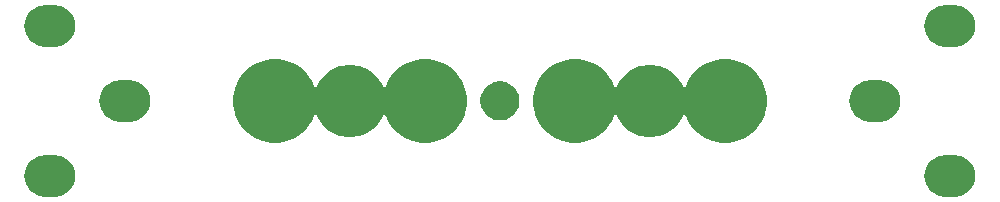
<source format=gbs>
G04 #@! TF.GenerationSoftware,KiCad,Pcbnew,(5.1.5)-3*
G04 #@! TF.CreationDate,2020-10-25T11:05:08-05:00*
G04 #@! TF.ProjectId,WireLink,57697265-4c69-46e6-9b2e-6b696361645f,rev?*
G04 #@! TF.SameCoordinates,Original*
G04 #@! TF.FileFunction,Soldermask,Bot*
G04 #@! TF.FilePolarity,Negative*
%FSLAX46Y46*%
G04 Gerber Fmt 4.6, Leading zero omitted, Abs format (unit mm)*
G04 Created by KiCad (PCBNEW (5.1.5)-3) date 2020-10-25 11:05:08*
%MOMM*%
%LPD*%
G04 APERTURE LIST*
%ADD10C,0.100000*%
G04 APERTURE END LIST*
D10*
G36*
X191243254Y-106224335D02*
G01*
X191408288Y-106274398D01*
X191573321Y-106324460D01*
X191877510Y-106487052D01*
X192144135Y-106705865D01*
X192362948Y-106972490D01*
X192506945Y-107241890D01*
X192525539Y-107276677D01*
X192625665Y-107606746D01*
X192659472Y-107950000D01*
X192625665Y-108293254D01*
X192625664Y-108293256D01*
X192525540Y-108623321D01*
X192362948Y-108927510D01*
X192144135Y-109194135D01*
X191877510Y-109412948D01*
X191573321Y-109575540D01*
X191408289Y-109625602D01*
X191243254Y-109675665D01*
X190986021Y-109701000D01*
X190013979Y-109701000D01*
X189756746Y-109675665D01*
X189591711Y-109625602D01*
X189426679Y-109575540D01*
X189122490Y-109412948D01*
X188855865Y-109194135D01*
X188637052Y-108927510D01*
X188474460Y-108623321D01*
X188374336Y-108293256D01*
X188374335Y-108293254D01*
X188340528Y-107950000D01*
X188374335Y-107606746D01*
X188474461Y-107276677D01*
X188493055Y-107241890D01*
X188637052Y-106972490D01*
X188855865Y-106705865D01*
X189122490Y-106487052D01*
X189426679Y-106324460D01*
X189591712Y-106274398D01*
X189756746Y-106224335D01*
X190013979Y-106199000D01*
X190986021Y-106199000D01*
X191243254Y-106224335D01*
G37*
G36*
X115043254Y-106224335D02*
G01*
X115208288Y-106274398D01*
X115373321Y-106324460D01*
X115677510Y-106487052D01*
X115944135Y-106705865D01*
X116162948Y-106972490D01*
X116306945Y-107241890D01*
X116325539Y-107276677D01*
X116425665Y-107606746D01*
X116459472Y-107950000D01*
X116425665Y-108293254D01*
X116425664Y-108293256D01*
X116325540Y-108623321D01*
X116162948Y-108927510D01*
X115944135Y-109194135D01*
X115677510Y-109412948D01*
X115373321Y-109575540D01*
X115208289Y-109625602D01*
X115043254Y-109675665D01*
X114786021Y-109701000D01*
X113813979Y-109701000D01*
X113556746Y-109675665D01*
X113391711Y-109625602D01*
X113226679Y-109575540D01*
X112922490Y-109412948D01*
X112655865Y-109194135D01*
X112437052Y-108927510D01*
X112274460Y-108623321D01*
X112174336Y-108293256D01*
X112174335Y-108293254D01*
X112140528Y-107950000D01*
X112174335Y-107606746D01*
X112274461Y-107276677D01*
X112293055Y-107241890D01*
X112437052Y-106972490D01*
X112655865Y-106705865D01*
X112922490Y-106487052D01*
X113226679Y-106324460D01*
X113391712Y-106274398D01*
X113556746Y-106224335D01*
X113813979Y-106199000D01*
X114786021Y-106199000D01*
X115043254Y-106224335D01*
G37*
G36*
X134385787Y-98185462D02*
G01*
X134385790Y-98185463D01*
X134385789Y-98185463D01*
X135032029Y-98453144D01*
X135613631Y-98841758D01*
X136108242Y-99336369D01*
X136496856Y-99917971D01*
X136662381Y-100317584D01*
X136680255Y-100360736D01*
X136691806Y-100382347D01*
X136707351Y-100401289D01*
X136726293Y-100416834D01*
X136747904Y-100428385D01*
X136771353Y-100435498D01*
X136795739Y-100437900D01*
X136820125Y-100435498D01*
X136843574Y-100428385D01*
X136865185Y-100416834D01*
X136884127Y-100401289D01*
X136899672Y-100382347D01*
X136911223Y-100360736D01*
X136996469Y-100154933D01*
X137200887Y-99849000D01*
X137330335Y-99655267D01*
X137755267Y-99230335D01*
X137969133Y-99087435D01*
X138254933Y-98896469D01*
X138810132Y-98666498D01*
X139104830Y-98607879D01*
X139399527Y-98549260D01*
X140000473Y-98549260D01*
X140295170Y-98607879D01*
X140589868Y-98666498D01*
X141145067Y-98896469D01*
X141430867Y-99087435D01*
X141644733Y-99230335D01*
X142069665Y-99655267D01*
X142199113Y-99849000D01*
X142403531Y-100154933D01*
X142488777Y-100360736D01*
X142500328Y-100382347D01*
X142515873Y-100401289D01*
X142534815Y-100416834D01*
X142556426Y-100428385D01*
X142579875Y-100435498D01*
X142604261Y-100437900D01*
X142628647Y-100435498D01*
X142652096Y-100428385D01*
X142673707Y-100416834D01*
X142692649Y-100401289D01*
X142708194Y-100382347D01*
X142719745Y-100360736D01*
X142737619Y-100317584D01*
X142903144Y-99917971D01*
X143291758Y-99336369D01*
X143786369Y-98841758D01*
X144367971Y-98453144D01*
X145014211Y-98185463D01*
X145014210Y-98185463D01*
X145014213Y-98185462D01*
X145700256Y-98049000D01*
X146399744Y-98049000D01*
X147085787Y-98185462D01*
X147085790Y-98185463D01*
X147085789Y-98185463D01*
X147732029Y-98453144D01*
X148313631Y-98841758D01*
X148808242Y-99336369D01*
X149196856Y-99917971D01*
X149362381Y-100317584D01*
X149464538Y-100564213D01*
X149601000Y-101250256D01*
X149601000Y-101949744D01*
X149464538Y-102635787D01*
X149412217Y-102762100D01*
X149196856Y-103282029D01*
X148808242Y-103863631D01*
X148313631Y-104358242D01*
X147732029Y-104746856D01*
X147275068Y-104936135D01*
X147085787Y-105014538D01*
X146399744Y-105151000D01*
X145700256Y-105151000D01*
X145014213Y-105014538D01*
X144824932Y-104936135D01*
X144367971Y-104746856D01*
X143786369Y-104358242D01*
X143291758Y-103863631D01*
X142903144Y-103282029D01*
X142719745Y-102839264D01*
X142708194Y-102817653D01*
X142692649Y-102798711D01*
X142673707Y-102783166D01*
X142652096Y-102771615D01*
X142628647Y-102764502D01*
X142604261Y-102762100D01*
X142579875Y-102764502D01*
X142556426Y-102771615D01*
X142534815Y-102783166D01*
X142515873Y-102798711D01*
X142500328Y-102817653D01*
X142488779Y-102839261D01*
X142403531Y-103045067D01*
X142216042Y-103325664D01*
X142069665Y-103544733D01*
X141644733Y-103969665D01*
X141430867Y-104112565D01*
X141145067Y-104303531D01*
X140589868Y-104533502D01*
X140295170Y-104592121D01*
X140000473Y-104650740D01*
X139399527Y-104650740D01*
X139104830Y-104592121D01*
X138810132Y-104533502D01*
X138254933Y-104303531D01*
X137969133Y-104112565D01*
X137755267Y-103969665D01*
X137330335Y-103544733D01*
X137183958Y-103325664D01*
X136996469Y-103045067D01*
X136911221Y-102839261D01*
X136899672Y-102817653D01*
X136884127Y-102798711D01*
X136865185Y-102783166D01*
X136843574Y-102771615D01*
X136820125Y-102764502D01*
X136795739Y-102762100D01*
X136771353Y-102764502D01*
X136747904Y-102771615D01*
X136726293Y-102783166D01*
X136707351Y-102798711D01*
X136691806Y-102817653D01*
X136680255Y-102839264D01*
X136496856Y-103282029D01*
X136108242Y-103863631D01*
X135613631Y-104358242D01*
X135032029Y-104746856D01*
X134575068Y-104936135D01*
X134385787Y-105014538D01*
X133699744Y-105151000D01*
X133000256Y-105151000D01*
X132314213Y-105014538D01*
X132124932Y-104936135D01*
X131667971Y-104746856D01*
X131086369Y-104358242D01*
X130591758Y-103863631D01*
X130203144Y-103282029D01*
X129987783Y-102762100D01*
X129935462Y-102635787D01*
X129799000Y-101949744D01*
X129799000Y-101250256D01*
X129935462Y-100564213D01*
X130037619Y-100317584D01*
X130203144Y-99917971D01*
X130591758Y-99336369D01*
X131086369Y-98841758D01*
X131667971Y-98453144D01*
X132314211Y-98185463D01*
X132314210Y-98185463D01*
X132314213Y-98185462D01*
X133000256Y-98049000D01*
X133699744Y-98049000D01*
X134385787Y-98185462D01*
G37*
G36*
X159785787Y-98185462D02*
G01*
X159785790Y-98185463D01*
X159785789Y-98185463D01*
X160432029Y-98453144D01*
X161013631Y-98841758D01*
X161508242Y-99336369D01*
X161896856Y-99917971D01*
X162062381Y-100317584D01*
X162080255Y-100360736D01*
X162091806Y-100382347D01*
X162107351Y-100401289D01*
X162126293Y-100416834D01*
X162147904Y-100428385D01*
X162171353Y-100435498D01*
X162195739Y-100437900D01*
X162220125Y-100435498D01*
X162243574Y-100428385D01*
X162265185Y-100416834D01*
X162284127Y-100401289D01*
X162299672Y-100382347D01*
X162311223Y-100360736D01*
X162396469Y-100154933D01*
X162600887Y-99849000D01*
X162730335Y-99655267D01*
X163155267Y-99230335D01*
X163369133Y-99087435D01*
X163654933Y-98896469D01*
X164210132Y-98666498D01*
X164504830Y-98607879D01*
X164799527Y-98549260D01*
X165400473Y-98549260D01*
X165695170Y-98607879D01*
X165989868Y-98666498D01*
X166545067Y-98896469D01*
X166830867Y-99087435D01*
X167044733Y-99230335D01*
X167469665Y-99655267D01*
X167599113Y-99849000D01*
X167803531Y-100154933D01*
X167888777Y-100360736D01*
X167900328Y-100382347D01*
X167915873Y-100401289D01*
X167934815Y-100416834D01*
X167956426Y-100428385D01*
X167979875Y-100435498D01*
X168004261Y-100437900D01*
X168028647Y-100435498D01*
X168052096Y-100428385D01*
X168073707Y-100416834D01*
X168092649Y-100401289D01*
X168108194Y-100382347D01*
X168119745Y-100360736D01*
X168137619Y-100317584D01*
X168303144Y-99917971D01*
X168691758Y-99336369D01*
X169186369Y-98841758D01*
X169767971Y-98453144D01*
X170414211Y-98185463D01*
X170414210Y-98185463D01*
X170414213Y-98185462D01*
X171100256Y-98049000D01*
X171799744Y-98049000D01*
X172485787Y-98185462D01*
X172485790Y-98185463D01*
X172485789Y-98185463D01*
X173132029Y-98453144D01*
X173713631Y-98841758D01*
X174208242Y-99336369D01*
X174596856Y-99917971D01*
X174762381Y-100317584D01*
X174864538Y-100564213D01*
X175001000Y-101250256D01*
X175001000Y-101949744D01*
X174864538Y-102635787D01*
X174812217Y-102762100D01*
X174596856Y-103282029D01*
X174208242Y-103863631D01*
X173713631Y-104358242D01*
X173132029Y-104746856D01*
X172675068Y-104936135D01*
X172485787Y-105014538D01*
X171799744Y-105151000D01*
X171100256Y-105151000D01*
X170414213Y-105014538D01*
X170224932Y-104936135D01*
X169767971Y-104746856D01*
X169186369Y-104358242D01*
X168691758Y-103863631D01*
X168303144Y-103282029D01*
X168119745Y-102839264D01*
X168108194Y-102817653D01*
X168092649Y-102798711D01*
X168073707Y-102783166D01*
X168052096Y-102771615D01*
X168028647Y-102764502D01*
X168004261Y-102762100D01*
X167979875Y-102764502D01*
X167956426Y-102771615D01*
X167934815Y-102783166D01*
X167915873Y-102798711D01*
X167900328Y-102817653D01*
X167888779Y-102839261D01*
X167803531Y-103045067D01*
X167616042Y-103325664D01*
X167469665Y-103544733D01*
X167044733Y-103969665D01*
X166830867Y-104112565D01*
X166545067Y-104303531D01*
X165989868Y-104533502D01*
X165695170Y-104592121D01*
X165400473Y-104650740D01*
X164799527Y-104650740D01*
X164504830Y-104592121D01*
X164210132Y-104533502D01*
X163654933Y-104303531D01*
X163369133Y-104112565D01*
X163155267Y-103969665D01*
X162730335Y-103544733D01*
X162583958Y-103325664D01*
X162396469Y-103045067D01*
X162311221Y-102839261D01*
X162299672Y-102817653D01*
X162284127Y-102798711D01*
X162265185Y-102783166D01*
X162243574Y-102771615D01*
X162220125Y-102764502D01*
X162195739Y-102762100D01*
X162171353Y-102764502D01*
X162147904Y-102771615D01*
X162126293Y-102783166D01*
X162107351Y-102798711D01*
X162091806Y-102817653D01*
X162080255Y-102839264D01*
X161896856Y-103282029D01*
X161508242Y-103863631D01*
X161013631Y-104358242D01*
X160432029Y-104746856D01*
X159975068Y-104936135D01*
X159785787Y-105014538D01*
X159099744Y-105151000D01*
X158400256Y-105151000D01*
X157714213Y-105014538D01*
X157524932Y-104936135D01*
X157067971Y-104746856D01*
X156486369Y-104358242D01*
X155991758Y-103863631D01*
X155603144Y-103282029D01*
X155387783Y-102762100D01*
X155335462Y-102635787D01*
X155199000Y-101949744D01*
X155199000Y-101250256D01*
X155335462Y-100564213D01*
X155437619Y-100317584D01*
X155603144Y-99917971D01*
X155991758Y-99336369D01*
X156486369Y-98841758D01*
X157067971Y-98453144D01*
X157714211Y-98185463D01*
X157714210Y-98185463D01*
X157714213Y-98185462D01*
X158400256Y-98049000D01*
X159099744Y-98049000D01*
X159785787Y-98185462D01*
G37*
G36*
X184893254Y-99874335D02*
G01*
X185037105Y-99917972D01*
X185223321Y-99974460D01*
X185527510Y-100137052D01*
X185794135Y-100355865D01*
X186012948Y-100622490D01*
X186156945Y-100891890D01*
X186175539Y-100926677D01*
X186275665Y-101256746D01*
X186309472Y-101600000D01*
X186275665Y-101943254D01*
X186273696Y-101949744D01*
X186175540Y-102273321D01*
X186012948Y-102577510D01*
X185794135Y-102844135D01*
X185527510Y-103062948D01*
X185223321Y-103225540D01*
X185058289Y-103275602D01*
X184893254Y-103325665D01*
X184636021Y-103351000D01*
X183663979Y-103351000D01*
X183406746Y-103325665D01*
X183241711Y-103275602D01*
X183076679Y-103225540D01*
X182772490Y-103062948D01*
X182505865Y-102844135D01*
X182287052Y-102577510D01*
X182124460Y-102273321D01*
X182026304Y-101949744D01*
X182024335Y-101943254D01*
X181990528Y-101600000D01*
X182024335Y-101256746D01*
X182124461Y-100926677D01*
X182143055Y-100891890D01*
X182287052Y-100622490D01*
X182505865Y-100355865D01*
X182772490Y-100137052D01*
X183076679Y-99974460D01*
X183262895Y-99917972D01*
X183406746Y-99874335D01*
X183663979Y-99849000D01*
X184636021Y-99849000D01*
X184893254Y-99874335D01*
G37*
G36*
X121393254Y-99874335D02*
G01*
X121537105Y-99917972D01*
X121723321Y-99974460D01*
X122027510Y-100137052D01*
X122294135Y-100355865D01*
X122512948Y-100622490D01*
X122656945Y-100891890D01*
X122675539Y-100926677D01*
X122775665Y-101256746D01*
X122809472Y-101600000D01*
X122775665Y-101943254D01*
X122773696Y-101949744D01*
X122675540Y-102273321D01*
X122512948Y-102577510D01*
X122294135Y-102844135D01*
X122027510Y-103062948D01*
X121723321Y-103225540D01*
X121558289Y-103275602D01*
X121393254Y-103325665D01*
X121136021Y-103351000D01*
X120163979Y-103351000D01*
X119906746Y-103325665D01*
X119741711Y-103275602D01*
X119576679Y-103225540D01*
X119272490Y-103062948D01*
X119005865Y-102844135D01*
X118787052Y-102577510D01*
X118624460Y-102273321D01*
X118526304Y-101949744D01*
X118524335Y-101943254D01*
X118490528Y-101600000D01*
X118524335Y-101256746D01*
X118624461Y-100926677D01*
X118643055Y-100891890D01*
X118787052Y-100622490D01*
X119005865Y-100355865D01*
X119272490Y-100137052D01*
X119576679Y-99974460D01*
X119762895Y-99917972D01*
X119906746Y-99874335D01*
X120163979Y-99849000D01*
X121136021Y-99849000D01*
X121393254Y-99874335D01*
G37*
G36*
X152775256Y-99991298D02*
G01*
X152881579Y-100012447D01*
X153182042Y-100136903D01*
X153452451Y-100317585D01*
X153682415Y-100547549D01*
X153863097Y-100817958D01*
X153863098Y-100817960D01*
X153987553Y-101118422D01*
X154051000Y-101437389D01*
X154051000Y-101762611D01*
X154015068Y-101943254D01*
X153987553Y-102081579D01*
X153863097Y-102382042D01*
X153682415Y-102652451D01*
X153452451Y-102882415D01*
X153182042Y-103063097D01*
X152881579Y-103187553D01*
X152775256Y-103208702D01*
X152562611Y-103251000D01*
X152237389Y-103251000D01*
X152024744Y-103208702D01*
X151918421Y-103187553D01*
X151617958Y-103063097D01*
X151347549Y-102882415D01*
X151117585Y-102652451D01*
X150936903Y-102382042D01*
X150812447Y-102081579D01*
X150784932Y-101943254D01*
X150749000Y-101762611D01*
X150749000Y-101437389D01*
X150812447Y-101118422D01*
X150936902Y-100817960D01*
X150936903Y-100817958D01*
X151117585Y-100547549D01*
X151347549Y-100317585D01*
X151617958Y-100136903D01*
X151918421Y-100012447D01*
X152024744Y-99991298D01*
X152237389Y-99949000D01*
X152562611Y-99949000D01*
X152775256Y-99991298D01*
G37*
G36*
X115043254Y-93524335D02*
G01*
X115208288Y-93574398D01*
X115373321Y-93624460D01*
X115677510Y-93787052D01*
X115944135Y-94005865D01*
X116162948Y-94272490D01*
X116306945Y-94541890D01*
X116325539Y-94576677D01*
X116425665Y-94906746D01*
X116459472Y-95250000D01*
X116425665Y-95593254D01*
X116425664Y-95593256D01*
X116325540Y-95923321D01*
X116162948Y-96227510D01*
X115944135Y-96494135D01*
X115677510Y-96712948D01*
X115373321Y-96875540D01*
X115208289Y-96925602D01*
X115043254Y-96975665D01*
X114786021Y-97001000D01*
X113813979Y-97001000D01*
X113556746Y-96975665D01*
X113391711Y-96925602D01*
X113226679Y-96875540D01*
X112922490Y-96712948D01*
X112655865Y-96494135D01*
X112437052Y-96227510D01*
X112274460Y-95923321D01*
X112174336Y-95593256D01*
X112174335Y-95593254D01*
X112140528Y-95250000D01*
X112174335Y-94906746D01*
X112274461Y-94576677D01*
X112293055Y-94541890D01*
X112437052Y-94272490D01*
X112655865Y-94005865D01*
X112922490Y-93787052D01*
X113226679Y-93624460D01*
X113391712Y-93574398D01*
X113556746Y-93524335D01*
X113813979Y-93499000D01*
X114786021Y-93499000D01*
X115043254Y-93524335D01*
G37*
G36*
X191243254Y-93524335D02*
G01*
X191408288Y-93574398D01*
X191573321Y-93624460D01*
X191877510Y-93787052D01*
X192144135Y-94005865D01*
X192362948Y-94272490D01*
X192506945Y-94541890D01*
X192525539Y-94576677D01*
X192625665Y-94906746D01*
X192659472Y-95250000D01*
X192625665Y-95593254D01*
X192625664Y-95593256D01*
X192525540Y-95923321D01*
X192362948Y-96227510D01*
X192144135Y-96494135D01*
X191877510Y-96712948D01*
X191573321Y-96875540D01*
X191408289Y-96925602D01*
X191243254Y-96975665D01*
X190986021Y-97001000D01*
X190013979Y-97001000D01*
X189756746Y-96975665D01*
X189591711Y-96925602D01*
X189426679Y-96875540D01*
X189122490Y-96712948D01*
X188855865Y-96494135D01*
X188637052Y-96227510D01*
X188474460Y-95923321D01*
X188374336Y-95593256D01*
X188374335Y-95593254D01*
X188340528Y-95250000D01*
X188374335Y-94906746D01*
X188474461Y-94576677D01*
X188493055Y-94541890D01*
X188637052Y-94272490D01*
X188855865Y-94005865D01*
X189122490Y-93787052D01*
X189426679Y-93624460D01*
X189591712Y-93574398D01*
X189756746Y-93524335D01*
X190013979Y-93499000D01*
X190986021Y-93499000D01*
X191243254Y-93524335D01*
G37*
M02*

</source>
